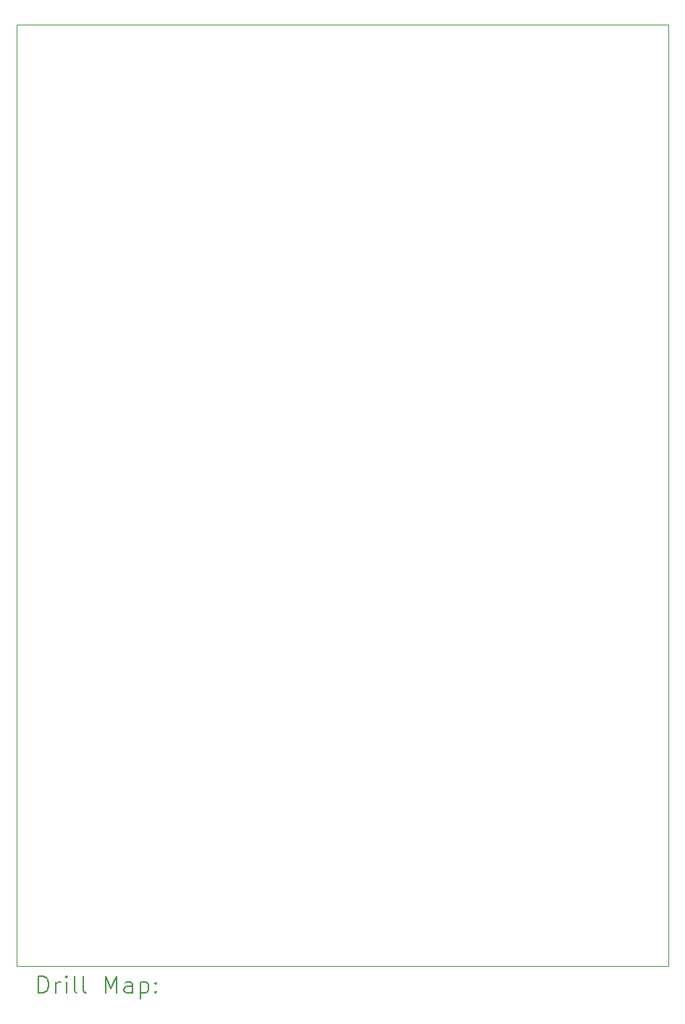
<source format=gbr>
%TF.GenerationSoftware,KiCad,Pcbnew,8.0.8*%
%TF.CreationDate,2025-01-25T01:21:13+01:00*%
%TF.ProjectId,aware01_h7,61776172-6530-4315-9f68-372e6b696361,rev?*%
%TF.SameCoordinates,Original*%
%TF.FileFunction,Drillmap*%
%TF.FilePolarity,Positive*%
%FSLAX45Y45*%
G04 Gerber Fmt 4.5, Leading zero omitted, Abs format (unit mm)*
G04 Created by KiCad (PCBNEW 8.0.8) date 2025-01-25 01:21:13*
%MOMM*%
%LPD*%
G01*
G04 APERTURE LIST*
%ADD10C,0.050000*%
%ADD11C,0.200000*%
G04 APERTURE END LIST*
D10*
X16175000Y-3550000D02*
X23800000Y-3550000D01*
X23800000Y-14550000D01*
X16175000Y-14550000D01*
X16175000Y-3550000D01*
D11*
X16433277Y-14863984D02*
X16433277Y-14663984D01*
X16433277Y-14663984D02*
X16480896Y-14663984D01*
X16480896Y-14663984D02*
X16509467Y-14673508D01*
X16509467Y-14673508D02*
X16528515Y-14692555D01*
X16528515Y-14692555D02*
X16538039Y-14711603D01*
X16538039Y-14711603D02*
X16547562Y-14749698D01*
X16547562Y-14749698D02*
X16547562Y-14778269D01*
X16547562Y-14778269D02*
X16538039Y-14816365D01*
X16538039Y-14816365D02*
X16528515Y-14835412D01*
X16528515Y-14835412D02*
X16509467Y-14854460D01*
X16509467Y-14854460D02*
X16480896Y-14863984D01*
X16480896Y-14863984D02*
X16433277Y-14863984D01*
X16633277Y-14863984D02*
X16633277Y-14730650D01*
X16633277Y-14768746D02*
X16642801Y-14749698D01*
X16642801Y-14749698D02*
X16652324Y-14740174D01*
X16652324Y-14740174D02*
X16671372Y-14730650D01*
X16671372Y-14730650D02*
X16690420Y-14730650D01*
X16757086Y-14863984D02*
X16757086Y-14730650D01*
X16757086Y-14663984D02*
X16747562Y-14673508D01*
X16747562Y-14673508D02*
X16757086Y-14683031D01*
X16757086Y-14683031D02*
X16766610Y-14673508D01*
X16766610Y-14673508D02*
X16757086Y-14663984D01*
X16757086Y-14663984D02*
X16757086Y-14683031D01*
X16880896Y-14863984D02*
X16861848Y-14854460D01*
X16861848Y-14854460D02*
X16852324Y-14835412D01*
X16852324Y-14835412D02*
X16852324Y-14663984D01*
X16985658Y-14863984D02*
X16966610Y-14854460D01*
X16966610Y-14854460D02*
X16957086Y-14835412D01*
X16957086Y-14835412D02*
X16957086Y-14663984D01*
X17214229Y-14863984D02*
X17214229Y-14663984D01*
X17214229Y-14663984D02*
X17280896Y-14806841D01*
X17280896Y-14806841D02*
X17347563Y-14663984D01*
X17347563Y-14663984D02*
X17347563Y-14863984D01*
X17528515Y-14863984D02*
X17528515Y-14759222D01*
X17528515Y-14759222D02*
X17518991Y-14740174D01*
X17518991Y-14740174D02*
X17499944Y-14730650D01*
X17499944Y-14730650D02*
X17461848Y-14730650D01*
X17461848Y-14730650D02*
X17442801Y-14740174D01*
X17528515Y-14854460D02*
X17509467Y-14863984D01*
X17509467Y-14863984D02*
X17461848Y-14863984D01*
X17461848Y-14863984D02*
X17442801Y-14854460D01*
X17442801Y-14854460D02*
X17433277Y-14835412D01*
X17433277Y-14835412D02*
X17433277Y-14816365D01*
X17433277Y-14816365D02*
X17442801Y-14797317D01*
X17442801Y-14797317D02*
X17461848Y-14787793D01*
X17461848Y-14787793D02*
X17509467Y-14787793D01*
X17509467Y-14787793D02*
X17528515Y-14778269D01*
X17623753Y-14730650D02*
X17623753Y-14930650D01*
X17623753Y-14740174D02*
X17642801Y-14730650D01*
X17642801Y-14730650D02*
X17680896Y-14730650D01*
X17680896Y-14730650D02*
X17699944Y-14740174D01*
X17699944Y-14740174D02*
X17709467Y-14749698D01*
X17709467Y-14749698D02*
X17718991Y-14768746D01*
X17718991Y-14768746D02*
X17718991Y-14825888D01*
X17718991Y-14825888D02*
X17709467Y-14844936D01*
X17709467Y-14844936D02*
X17699944Y-14854460D01*
X17699944Y-14854460D02*
X17680896Y-14863984D01*
X17680896Y-14863984D02*
X17642801Y-14863984D01*
X17642801Y-14863984D02*
X17623753Y-14854460D01*
X17804705Y-14844936D02*
X17814229Y-14854460D01*
X17814229Y-14854460D02*
X17804705Y-14863984D01*
X17804705Y-14863984D02*
X17795182Y-14854460D01*
X17795182Y-14854460D02*
X17804705Y-14844936D01*
X17804705Y-14844936D02*
X17804705Y-14863984D01*
X17804705Y-14740174D02*
X17814229Y-14749698D01*
X17814229Y-14749698D02*
X17804705Y-14759222D01*
X17804705Y-14759222D02*
X17795182Y-14749698D01*
X17795182Y-14749698D02*
X17804705Y-14740174D01*
X17804705Y-14740174D02*
X17804705Y-14759222D01*
M02*

</source>
